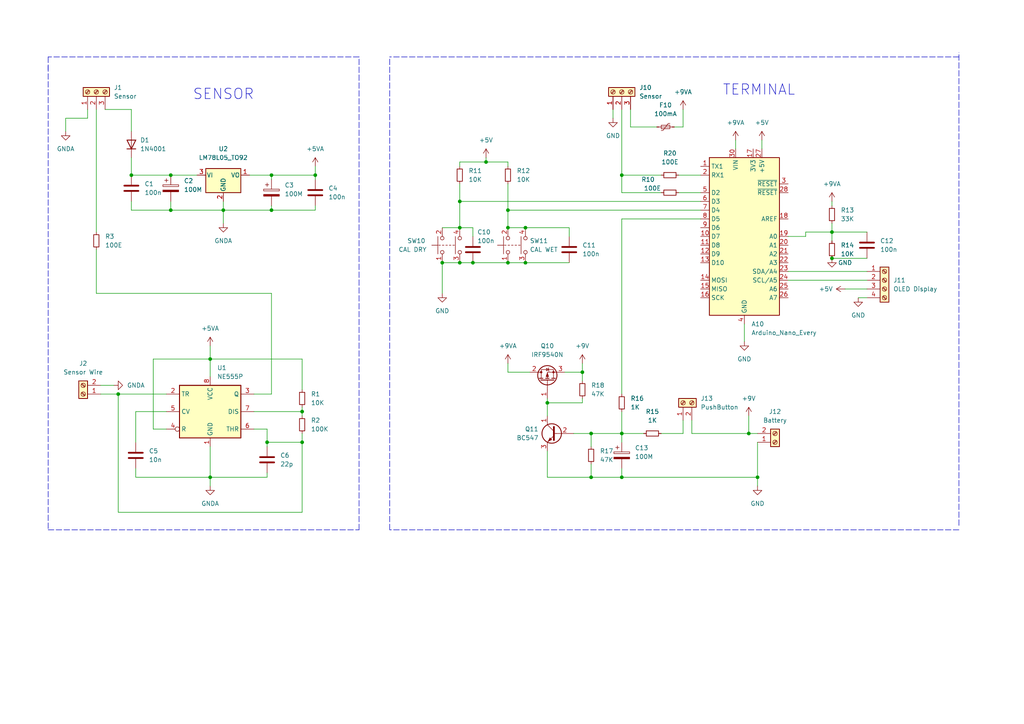
<source format=kicad_sch>
(kicad_sch (version 20211123) (generator eeschema)
  (paper "A4")
  (title_block (title "Water Level Sensor") (date "2023-02-22") (rev "0"))
  (lib_symbols
    (symbol "Connector:Screw_Terminal_01x02" (pin_names (offset 1.016) hide)
      (property "Reference" "J" (at 0 2.54 0))
      (property "Value" "Screw_Terminal_01x02" (at 0 -5.08 0))
      (symbol "Screw_Terminal_01x02_1_1"
        (rectangle (start -1.27 1.27) (end 1.27 -3.81) (stroke (width 0.254)) (fill (type background)))
        (circle (center 0 -2.54) (radius 0.635) (stroke (width 0.1524)))
        (polyline (pts (xy -0.5334 -2.2098) (xy 0.3302 -3.048)) (stroke (width 0.1524)))
        (polyline (pts (xy -0.5334 0.3302) (xy 0.3302 -0.508)) (stroke (width 0.1524)))
        (polyline (pts (xy -0.3556 -2.032) (xy 0.508 -2.8702)) (stroke (width 0.1524)))
        (polyline (pts (xy -0.3556 0.508) (xy 0.508 -0.3302)) (stroke (width 0.1524)))
        (circle (center 0 0) (radius 0.635) (stroke (width 0.1524)))
        (pin passive line (at -5.08 0 0) (length 3.81) (name "Pin_1") (number "1"))
        (pin passive line (at -5.08 -2.54 0) (length 3.81) (name "Pin_2") (number "2"))
      )
    )
    (symbol "Connector:Screw_Terminal_01x03" (pin_names (offset 1.016) hide)
      (property "Reference" "J" (at 0 5.08 0))
      (property "Value" "Screw_Terminal_01x03" (at 0 -5.08 0))
      (symbol "Screw_Terminal_01x03_1_1"
        (rectangle (start -1.27 3.81) (end 1.27 -3.81) (stroke (width 0.254)) (fill (type background)))
        (circle (center 0 -2.54) (radius 0.635) (stroke (width 0.1524)))
        (polyline (pts (xy -0.5334 -2.2098) (xy 0.3302 -3.048)) (stroke (width 0.1524)))
        (polyline (pts (xy -0.5334 0.3302) (xy 0.3302 -0.508)) (stroke (width 0.1524)))
        (polyline (pts (xy -0.5334 2.8702) (xy 0.3302 2.032)) (stroke (width 0.1524)))
        (polyline (pts (xy -0.3556 -2.032) (xy 0.508 -2.8702)) (stroke (width 0.1524)))
        (polyline (pts (xy -0.3556 0.508) (xy 0.508 -0.3302)) (stroke (width 0.1524)))
        (polyline (pts (xy -0.3556 3.048) (xy 0.508 2.2098)) (stroke (width 0.1524)))
        (circle (center 0 0) (radius 0.635) (stroke (width 0.1524)))
        (circle (center 0 2.54) (radius 0.635) (stroke (width 0.1524)))
        (pin passive line (at -5.08 2.54 0) (length 3.81) (name "Pin_1") (number "1"))
        (pin passive line (at -5.08 0 0) (length 3.81) (name "Pin_2") (number "2"))
        (pin passive line (at -5.08 -2.54 0) (length 3.81) (name "Pin_3") (number "3"))
      )
    )
    (symbol "Connector:Screw_Terminal_01x04" (pin_names (offset 1.016) hide)
      (property "Reference" "J" (at 0 5.08 0))
      (property "Value" "Screw_Terminal_01x04" (at 0 -7.62 0))
      (symbol "Screw_Terminal_01x04_1_1"
        (rectangle (start -1.27 3.81) (end 1.27 -6.35) (stroke (width 0.254)) (fill (type background)))
        (circle (center 0 -5.08) (radius 0.635) (stroke (width 0.1524)))
        (circle (center 0 -2.54) (radius 0.635) (stroke (width 0.1524)))
        (polyline (pts (xy -0.5334 -4.7498) (xy 0.3302 -5.588)) (stroke (width 0.1524)))
        (polyline (pts (xy -0.5334 -2.2098) (xy 0.3302 -3.048)) (stroke (width 0.1524)))
        (polyline (pts (xy -0.5334 0.3302) (xy 0.3302 -0.508)) (stroke (width 0.1524)))
        (polyline (pts (xy -0.5334 2.8702) (xy 0.3302 2.032)) (stroke (width 0.1524)))
        (polyline (pts (xy -0.3556 -4.572) (xy 0.508 -5.4102)) (stroke (width 0.1524)))
        (polyline (pts (xy -0.3556 -2.032) (xy 0.508 -2.8702)) (stroke (width 0.1524)))
        (polyline (pts (xy -0.3556 0.508) (xy 0.508 -0.3302)) (stroke (width 0.1524)))
        (polyline (pts (xy -0.3556 3.048) (xy 0.508 2.2098)) (stroke (width 0.1524)))
        (circle (center 0 0) (radius 0.635) (stroke (width 0.1524)))
        (circle (center 0 2.54) (radius 0.635) (stroke (width 0.1524)))
        (pin passive line (at -5.08 2.54 0) (length 3.81) (name "Pin_1") (number "1"))
        (pin passive line (at -5.08 0 0) (length 3.81) (name "Pin_2") (number "2"))
        (pin passive line (at -5.08 -2.54 0) (length 3.81) (name "Pin_3") (number "3"))
        (pin passive line (at -5.08 -5.08 0) (length 3.81) (name "Pin_4") (number "4"))
      )
    )
    (symbol "Device:C" (pin_numbers hide) (pin_names (offset 0.254))
      (property "Reference" "C" (at 0.635 2.54 0))
      (property "Value" "C" (at 0.635 -2.54 0))
      (symbol "C_0_1"
        (polyline (pts (xy -2.032 -0.762) (xy 2.032 -0.762)) (stroke (width 0.508)))
        (polyline (pts (xy -2.032 0.762) (xy 2.032 0.762)) (stroke (width 0.508)))
      )
      (symbol "C_1_1"
        (pin passive line (at 0 3.81 270) (length 2.794) (name "~") (number "1"))
        (pin passive line (at 0 -3.81 90) (length 2.794) (name "~") (number "2"))
      )
    )
    (symbol "Device:C_Polarized" (pin_numbers hide) (pin_names (offset 0.254))
      (property "Reference" "C" (at 0.635 2.54 0))
      (property "Value" "C_Polarized" (at 0.635 -2.54 0))
      (symbol "C_Polarized_0_1"
        (rectangle (start -2.286 0.508) (end 2.286 1.016))
        (polyline (pts (xy -1.778 2.286) (xy -0.762 2.286)))
        (polyline (pts (xy -1.27 2.794) (xy -1.27 1.778)))
        (rectangle (start 2.286 -0.508) (end -2.286 -1.016) (fill (type outline)))
      )
      (symbol "C_Polarized_1_1"
        (pin passive line (at 0 3.81 270) (length 2.794) (name "~") (number "1"))
        (pin passive line (at 0 -3.81 90) (length 2.794) (name "~") (number "2"))
      )
    )
    (symbol "Device:Polyfuse_Small" (pin_numbers hide) (pin_names (offset 0))
      (property "Reference" "F" (at -1.905 0 90))
      (property "Value" "Polyfuse_Small" (at 1.905 0 90))
      (symbol "Polyfuse_Small_0_1"
        (rectangle (start -0.508 1.27) (end 0.508 -1.27))
        (polyline (pts (xy 0 2.54) (xy 0 -2.54)))
        (polyline (pts (xy -1.016 1.27) (xy -1.016 0.762) (xy 1.016 -0.762) (xy 1.016 -1.27)))
      )
      (symbol "Polyfuse_Small_1_1"
        (pin passive line (at 0 2.54 270) (length 0.635) (name "~") (number "1"))
        (pin passive line (at 0 -2.54 90) (length 0.635) (name "~") (number "2"))
      )
    )
    (symbol "Device:R_Small" (pin_numbers hide) (pin_names (offset 0.254) hide)
      (property "Reference" "R" (at 0.762 0.508 0))
      (property "Value" "R_Small" (at 0.762 -1.016 0))
      (symbol "R_Small_0_1"
        (rectangle (start -0.762 1.778) (end 0.762 -1.778) (stroke (width 0.2032)))
      )
      (symbol "R_Small_1_1"
        (pin passive line (at 0 2.54 270) (length 0.762) (name "~") (number "1"))
        (pin passive line (at 0 -2.54 90) (length 0.762) (name "~") (number "2"))
      )
    )
    (symbol "Diode:1N4001" (pin_numbers hide) (pin_names (offset 1.016) hide)
      (property "Reference" "D" (at 0 2.54 0))
      (property "Value" "1N4001" (at 0 -2.54 0))
      (symbol "1N4001_0_1"
        (polyline (pts (xy -1.27 1.27) (xy -1.27 -1.27)) (stroke (width 0.254)))
        (polyline (pts (xy 1.27 0) (xy -1.27 0)))
        (polyline (pts (xy 1.27 1.27) (xy 1.27 -1.27) (xy -1.27 0) (xy 1.27 1.27)) (stroke (width 0.254)))
      )
      (symbol "1N4001_1_1"
        (pin passive line (at -3.81 0 0) (length 2.54) (name "K") (number "1"))
        (pin passive line (at 3.81 0 180) (length 2.54) (name "A") (number "2"))
      )
    )
    (symbol "MCU_Module:Arduino_Nano_Every"
      (property "Reference" "A" (at -10.16 23.495 0))
      (property "Value" "Arduino_Nano_Every" (at 5.08 -24.13 0))
      (symbol "Arduino_Nano_Every_0_1"
        (rectangle (start -10.16 22.86) (end 10.16 -22.86) (stroke (width 0.254)) (fill (type background)))
      )
      (symbol "Arduino_Nano_Every_1_1"
        (pin bidirectional line (at -12.7 20.32 0) (length 2.54) (name "TX1") (number "1"))
        (pin bidirectional line (at -12.7 0 0) (length 2.54) (name "D7") (number "10"))
        (pin bidirectional line (at -12.7 -2.54 0) (length 2.54) (name "D8") (number "11"))
        (pin bidirectional line (at -12.7 -5.08 0) (length 2.54) (name "D9") (number "12"))
        (pin bidirectional line (at -12.7 -7.62 0) (length 2.54) (name "D10") (number "13"))
        (pin bidirectional line (at -12.7 -12.7 0) (length 2.54) (name "MOSI") (number "14"))
        (pin bidirectional line (at -12.7 -15.24 0) (length 2.54) (name "MISO") (number "15"))
        (pin bidirectional line (at -12.7 -17.78 0) (length 2.54) (name "SCK") (number "16"))
        (pin power_out line (at 2.54 25.4 270) (length 2.54) (name "3V3") (number "17"))
        (pin input line (at 12.7 5.08 180) (length 2.54) (name "AREF") (number "18"))
        (pin bidirectional line (at 12.7 0 180) (length 2.54) (name "A0") (number "19"))
        (pin bidirectional line (at -12.7 17.78 0) (length 2.54) (name "RX1") (number "2"))
        (pin bidirectional line (at 12.7 -2.54 180) (length 2.54) (name "A1") (number "20"))
        (pin bidirectional line (at 12.7 -5.08 180) (length 2.54) (name "A2") (number "21"))
        (pin bidirectional line (at 12.7 -7.62 180) (length 2.54) (name "A3") (number "22"))
        (pin bidirectional line (at 12.7 -10.16 180) (length 2.54) (name "SDA/A4") (number "23"))
        (pin bidirectional line (at 12.7 -12.7 180) (length 2.54) (name "SCL/A5") (number "24"))
        (pin bidirectional line (at 12.7 -15.24 180) (length 2.54) (name "A6") (number "25"))
        (pin bidirectional line (at 12.7 -17.78 180) (length 2.54) (name "A7") (number "26"))
        (pin power_out line (at 5.08 25.4 270) (length 2.54) (name "+5V") (number "27"))
        (pin input line (at 12.7 12.7 180) (length 2.54) (name "~{RESET}") (number "28"))
        (pin passive line (at 0 -25.4 90) (length 2.54) hide (name "GND") (number "29"))
        (pin input line (at 12.7 15.24 180) (length 2.54) (name "~{RESET}") (number "3"))
        (pin power_in line (at -2.54 25.4 270) (length 2.54) (name "VIN") (number "30"))
        (pin power_in line (at 0 -25.4 90) (length 2.54) (name "GND") (number "4"))
        (pin bidirectional line (at -12.7 12.7 0) (length 2.54) (name "D2") (number "5"))
        (pin bidirectional line (at -12.7 10.16 0) (length 2.54) (name "D3") (number "6"))
        (pin bidirectional line (at -12.7 7.62 0) (length 2.54) (name "D4") (number "7"))
        (pin bidirectional line (at -12.7 5.08 0) (length 2.54) (name "D5") (number "8"))
        (pin bidirectional line (at -12.7 2.54 0) (length 2.54) (name "D6") (number "9"))
      )
    )
    (symbol "Regulator_Linear:LM78L05_TO92" (pin_names (offset 0.254))
      (property "Reference" "U" (at -3.81 3.175 0))
      (property "Value" "LM78L05_TO92" (at 0 3.175 0))
      (symbol "LM78L05_TO92_0_1"
        (rectangle (start -5.08 -5.08) (end 5.08 1.905) (stroke (width 0.254)) (fill (type background)))
      )
      (symbol "LM78L05_TO92_1_1"
        (pin power_out line (at 7.62 0 180) (length 2.54) (name "VO") (number "1"))
        (pin power_in line (at 0 -7.62 90) (length 2.54) (name "GND") (number "2"))
        (pin power_in line (at -7.62 0 0) (length 2.54) (name "VI") (number "3"))
      )
    )
    (symbol "Switch:SW_Push_Dual" (pin_names (offset 1.016) hide)
      (property "Reference" "SW" (at 1.27 2.54 0))
      (property "Value" "SW_Push_Dual" (at 0 -6.858 0))
      (symbol "SW_Push_Dual_0_1"
        (circle (center -2.032 -5.08) (radius 0.508))
        (circle (center -2.032 0) (radius 0.508))
        (polyline (pts (xy 0 -3.048) (xy 0 -3.556)))
        (polyline (pts (xy 0 -2.032) (xy 0 -2.54)))
        (polyline (pts (xy 0 -1.524) (xy 0 -1.016)))
        (polyline (pts (xy 0 -0.508) (xy 0 0)))
        (polyline (pts (xy 0 0.508) (xy 0 1.016)))
        (polyline (pts (xy 0 1.27) (xy 0 3.048)))
        (polyline (pts (xy 2.54 -3.81) (xy -2.54 -3.81)))
        (polyline (pts (xy 2.54 1.27) (xy -2.54 1.27)))
        (circle (center 2.032 -5.08) (radius 0.508))
        (circle (center 2.032 0) (radius 0.508))
        (pin passive line (at -5.08 0 0) (length 2.54) (name "1") (number "1"))
        (pin passive line (at 5.08 0 180) (length 2.54) (name "2") (number "2"))
        (pin passive line (at -5.08 -5.08 0) (length 2.54) (name "3") (number "3"))
        (pin passive line (at 5.08 -5.08 180) (length 2.54) (name "4") (number "4"))
      )
    )
    (symbol "Timer:NE555P"
      (property "Reference" "U" (at -10.16 8.89 0))
      (property "Value" "NE555P" (at 2.54 8.89 0))
      (symbol "NE555P_0_0"
        (pin power_in line (at 0 -10.16 90) (length 2.54) (name "GND") (number "1"))
        (pin power_in line (at 0 10.16 270) (length 2.54) (name "VCC") (number "8"))
      )
      (symbol "NE555P_0_1"
        (rectangle (start -8.89 -7.62) (end 8.89 7.62) (stroke (width 0.254)) (fill (type background)))
        (rectangle (start -8.89 -7.62) (end 8.89 7.62) (stroke (width 0.254)) (fill (type background)))
      )
      (symbol "NE555P_1_1"
        (pin input line (at -12.7 5.08 0) (length 3.81) (name "TR") (number "2"))
        (pin output line (at 12.7 5.08 180) (length 3.81) (name "Q") (number "3"))
        (pin input inverted (at -12.7 -5.08 0) (length 3.81) (name "R") (number "4"))
        (pin input line (at -12.7 0 0) (length 3.81) (name "CV") (number "5"))
        (pin input line (at 12.7 -5.08 180) (length 3.81) (name "THR") (number "6"))
        (pin input line (at 12.7 0 180) (length 3.81) (name "DIS") (number "7"))
      )
    )
    (symbol "Transistor_BJT:BC547" (pin_names (offset 0) hide)
      (property "Reference" "Q" (at 5.08 1.905 0))
      (property "Value" "BC547" (at 5.08 0 0))
      (symbol "BC547_0_1"
        (polyline (pts (xy 0 0) (xy 0.635 0)))
        (polyline (pts (xy 0.635 0.635) (xy 2.54 2.54)))
        (polyline (pts (xy 0.635 -0.635) (xy 2.54 -2.54) (xy 2.54 -2.54)))
        (polyline (pts (xy 0.635 1.905) (xy 0.635 -1.905) (xy 0.635 -1.905)) (stroke (width 0.508)))
        (polyline (pts (xy 1.27 -1.778) (xy 1.778 -1.27) (xy 2.286 -2.286) (xy 1.27 -1.778) (xy 1.27 -1.778)) (fill (type outline)))
        (circle (center 1.27 0) (radius 2.8194) (stroke (width 0.254)))
      )
      (symbol "BC547_1_1"
        (pin passive line (at 2.54 5.08 270) (length 2.54) (name "C") (number "1"))
        (pin input line (at -5.08 0 0) (length 5.08) (name "B") (number "2"))
        (pin passive line (at 2.54 -5.08 90) (length 2.54) (name "E") (number "3"))
      )
    )
    (symbol "Transistor_FET:IRF9540N" (pin_names hide)
      (property "Reference" "Q" (at 5.08 1.905 0))
      (property "Value" "IRF9540N" (at 5.08 0 0))
      (symbol "IRF9540N_0_1"
        (polyline (pts (xy 0.254 0) (xy -2.54 0)))
        (polyline (pts (xy 0.254 1.905) (xy 0.254 -1.905)) (stroke (width 0.254)))
        (polyline (pts (xy 0.762 -1.27) (xy 0.762 -2.286)) (stroke (width 0.254)))
        (polyline (pts (xy 0.762 0.508) (xy 0.762 -0.508)) (stroke (width 0.254)))
        (polyline (pts (xy 0.762 2.286) (xy 0.762 1.27)) (stroke (width 0.254)))
        (polyline (pts (xy 2.54 2.54) (xy 2.54 1.778)))
        (polyline (pts (xy 2.54 -2.54) (xy 2.54 0) (xy 0.762 0)))
        (polyline (pts (xy 0.762 1.778) (xy 3.302 1.778) (xy 3.302 -1.778) (xy 0.762 -1.778)))
        (polyline (pts (xy 2.286 0) (xy 1.27 0.381) (xy 1.27 -0.381) (xy 2.286 0)) (fill (type outline)))
        (polyline (pts (xy 2.794 -0.508) (xy 2.921 -0.381) (xy 3.683 -0.381) (xy 3.81 -0.254)))
        (polyline (pts (xy 3.302 -0.381) (xy 2.921 0.254) (xy 3.683 0.254) (xy 3.302 -0.381)))
        (circle (center 1.651 0) (radius 2.794) (stroke (width 0.254)))
        (circle (center 2.54 -1.778) (radius 0.254) (fill (type outline)))
        (circle (center 2.54 1.778) (radius 0.254) (fill (type outline)))
      )
      (symbol "IRF9540N_1_1"
        (pin input line (at -5.08 0 0) (length 2.54) (name "G") (number "1"))
        (pin passive line (at 2.54 5.08 270) (length 2.54) (name "D") (number "2"))
        (pin passive line (at 2.54 -5.08 90) (length 2.54) (name "S") (number "3"))
      )
    )
    (symbol "power:+5V" (power) (pin_names (offset 0))
      (property "Value" "+5V" (at 0 3.556 0))
      (symbol "+5V_0_1"
        (polyline (pts (xy -0.762 1.27) (xy 0 2.54)))
        (polyline (pts (xy 0 0) (xy 0 2.54)))
        (polyline (pts (xy 0 2.54) (xy 0.762 1.27)))
      )
      (symbol "+5V_1_1"
        (pin power_in line (at 0 0 90) (length 0) hide (name "+5V") (number "1"))
      )
    )
    (symbol "power:+5VA" (power) (pin_names (offset 0))
      (property "Value" "+5VA" (at 0 3.556 0))
      (symbol "+5VA_0_1"
        (polyline (pts (xy -0.762 1.27) (xy 0 2.54)))
        (polyline (pts (xy 0 0) (xy 0 2.54)))
        (polyline (pts (xy 0 2.54) (xy 0.762 1.27)))
      )
      (symbol "+5VA_1_1"
        (pin power_in line (at 0 0 90) (length 0) hide (name "+5VA") (number "1"))
      )
    )
    (symbol "power:+9V" (power) (pin_names (offset 0))
      (property "Value" "+9V" (at 0 3.556 0))
      (symbol "+9V_0_1"
        (polyline (pts (xy -0.762 1.27) (xy 0 2.54)))
        (polyline (pts (xy 0 0) (xy 0 2.54)))
        (polyline (pts (xy 0 2.54) (xy 0.762 1.27)))
      )
      (symbol "+9V_1_1"
        (pin power_in line (at 0 0 90) (length 0) hide (name "+9V") (number "1"))
      )
    )
    (symbol "power:+9VA" (power) (pin_names (offset 0))
      (property "Value" "+9VA" (at 0 3.81 0))
      (symbol "+9VA_0_1"
        (polyline (pts (xy -0.762 1.27) (xy 0 2.54)))
        (polyline (pts (xy 0 0) (xy 0 2.54)))
        (polyline (pts (xy 0 2.54) (xy 0.762 1.27)))
      )
      (symbol "+9VA_1_1"
        (pin power_in line (at 0 0 90) (length 0) hide (name "+9VA") (number "1"))
      )
    )
    (symbol "power:GND" (power) (pin_names (offset 0))
      (property "Value" "GND" (at 0 -3.81 0))
      (symbol "GND_0_1"
        (polyline (pts (xy 0 0) (xy 0 -1.27) (xy 1.27 -1.27) (xy 0 -2.54) (xy -1.27 -1.27) (xy 0 -1.27)))
      )
      (symbol "GND_1_1"
        (pin power_in line (at 0 0 270) (length 0) hide (name "GND") (number "1"))
      )
    )
    (symbol "power:GNDA" (power) (pin_names (offset 0))
      (property "Value" "GNDA" (at 0 -3.81 0))
      (symbol "GNDA_0_1"
        (polyline (pts (xy 0 0) (xy 0 -1.27) (xy 1.27 -1.27) (xy 0 -2.54) (xy -1.27 -1.27) (xy 0 -1.27)))
      )
      (symbol "GNDA_1_1"
        (pin power_in line (at 0 0 270) (length 0) hide (name "GNDA") (number "1"))
      )
    )
  )
  (junction (at 140.97 46.99))
  (junction (at 133.35 58.42))
  (junction (at 77.47 128.27))
  (junction (at 133.35 66.04))
  (junction (at 128.27 76.2))
  (junction (at 60.96 138.43))
  (junction (at 91.44 50.8))
  (junction (at 38.1 50.8))
  (junction (at 87.63 128.27))
  (junction (at 180.34 50.8))
  (junction (at 152.4 76.2))
  (junction (at 34.29 114.3))
  (junction (at 87.63 119.38))
  (junction (at 78.74 50.8))
  (junction (at 137.16 76.2))
  (junction (at 219.71 138.43))
  (junction (at 78.74 60.96))
  (junction (at 217.17 125.73))
  (junction (at 158.75 116.84))
  (junction (at 171.45 138.43))
  (junction (at 147.32 76.2))
  (junction (at 241.3 74.93))
  (junction (at 171.45 125.73))
  (junction (at 60.96 104.14))
  (junction (at 49.53 50.8))
  (junction (at 152.4 66.04))
  (junction (at 180.34 138.43))
  (junction (at 147.32 66.04))
  (junction (at 49.53 60.96))
  (junction (at 133.35 76.2))
  (junction (at 180.34 125.73))
  (junction (at 168.91 107.95))
  (junction (at 64.77 60.96))
  (junction (at 241.3 67.31))
  (junction (at 147.32 60.96))
  (wire (pts (xy 34.29 114.3) (xy 48.26 114.3)))
  (wire (pts (xy 39.37 119.38) (xy 48.26 119.38)))
  (wire (pts (xy 78.74 50.8) (xy 91.44 50.8)))
  (wire (pts (xy 49.53 50.8) (xy 57.15 50.8)))
  (wire (pts (xy 166.37 125.73) (xy 171.45 125.73)))
  (wire (pts (xy 73.66 119.38) (xy 87.63 119.38)))
  (wire (pts (xy 78.74 85.09) (xy 27.94 85.09)))
  (wire (pts (xy 196.85 55.88) (xy 203.2 55.88)))
  (wire (pts (xy 198.12 31.75) (xy 198.12 36.83)))
  (wire (pts (xy 195.58 36.83) (xy 198.12 36.83)))
  (wire (pts (xy 147.32 53.34) (xy 147.32 60.96)))
  (wire (pts (xy 87.63 104.14) (xy 87.63 113.03)))
  (wire (pts (xy 180.34 31.75) (xy 180.34 50.8)))
  (wire (pts (xy 64.77 60.96) (xy 64.77 64.77)))
  (wire (pts (xy 27.94 31.75) (xy 27.94 67.31)))
  (wire (pts (xy 190.5 36.83) (xy 182.88 36.83)))
  (wire (pts (xy 19.05 38.1) (xy 19.05 34.29)))
  (wire (pts (xy 177.8 31.75) (xy 177.8 34.29)))
  (polyline (pts (xy 278.13 152.4) (xy 278.13 15.24)))
  (wire (pts (xy 91.44 48.26) (xy 91.44 50.8)))
  (wire (pts (xy 180.34 63.5) (xy 180.34 114.3)))
  (wire (pts (xy 153.67 107.95) (xy 147.32 107.95)))
  (wire (pts (xy 48.26 124.46) (xy 44.45 124.46)))
  (wire (pts (xy 180.34 50.8) (xy 191.77 50.8)))
  (wire (pts (xy 38.1 58.42) (xy 38.1 60.96)))
  (polyline (pts (xy 113.03 153.67) (xy 113.03 16.51)))
  (wire (pts (xy 30.48 31.75) (xy 38.1 31.75)))
  (wire (pts (xy 140.97 45.72) (xy 140.97 46.99)))
  (wire (pts (xy 27.94 85.09) (xy 27.94 72.39)))
  (wire (pts (xy 233.68 68.58) (xy 228.6 68.58)))
  (wire (pts (xy 87.63 128.27) (xy 87.63 125.73)))
  (wire (pts (xy 60.96 100.33) (xy 60.96 104.14)))
  (wire (pts (xy 49.53 60.96) (xy 64.77 60.96)))
  (wire (pts (xy 78.74 59.69) (xy 78.74 60.96)))
  (wire (pts (xy 38.1 60.96) (xy 49.53 60.96)))
  (polyline (pts (xy 104.14 153.67) (xy 104.14 16.51)))
  (wire (pts (xy 198.12 121.92) (xy 198.12 125.73)))
  (wire (pts (xy 133.35 58.42) (xy 203.2 58.42)))
  (wire (pts (xy 168.91 105.41) (xy 168.91 107.95)))
  (wire (pts (xy 60.96 129.54) (xy 60.96 138.43)))
  (wire (pts (xy 147.32 76.2) (xy 152.4 76.2)))
  (wire (pts (xy 213.36 40.64) (xy 213.36 43.18)))
  (wire (pts (xy 87.63 119.38) (xy 87.63 120.65)))
  (polyline (pts (xy 104.14 16.51) (xy 13.97 16.51)))
  (wire (pts (xy 180.34 50.8) (xy 180.34 55.88)))
  (wire (pts (xy 77.47 124.46) (xy 77.47 128.27)))
  (wire (pts (xy 73.66 114.3) (xy 78.74 114.3)))
  (wire (pts (xy 215.9 93.98) (xy 215.9 99.06)))
  (wire (pts (xy 44.45 104.14) (xy 60.96 104.14)))
  (wire (pts (xy 91.44 60.96) (xy 78.74 60.96)))
  (wire (pts (xy 180.34 135.89) (xy 180.34 138.43)))
  (wire (pts (xy 64.77 58.42) (xy 64.77 60.96)))
  (wire (pts (xy 133.35 58.42) (xy 133.35 66.04)))
  (wire (pts (xy 19.05 34.29) (xy 25.4 34.29)))
  (wire (pts (xy 219.71 128.27) (xy 219.71 138.43)))
  (wire (pts (xy 39.37 138.43) (xy 60.96 138.43)))
  (wire (pts (xy 171.45 134.62) (xy 171.45 138.43)))
  (wire (pts (xy 49.53 58.42) (xy 49.53 60.96)))
  (wire (pts (xy 228.6 81.28) (xy 251.46 81.28)))
  (wire (pts (xy 180.34 119.38) (xy 180.34 125.73)))
  (wire (pts (xy 241.3 67.31) (xy 233.68 67.31)))
  (wire (pts (xy 87.63 118.11) (xy 87.63 119.38)))
  (wire (pts (xy 180.34 125.73) (xy 180.34 128.27)))
  (wire (pts (xy 87.63 148.59) (xy 87.63 128.27)))
  (wire (pts (xy 78.74 60.96) (xy 64.77 60.96)))
  (wire (pts (xy 147.32 60.96) (xy 147.32 66.04)))
  (wire (pts (xy 77.47 129.54) (xy 77.47 128.27)))
  (wire (pts (xy 29.21 111.76) (xy 33.02 111.76)))
  (wire (pts (xy 180.34 125.73) (xy 186.69 125.73)))
  (wire (pts (xy 39.37 128.27) (xy 39.37 119.38)))
  (wire (pts (xy 200.66 125.73) (xy 217.17 125.73)))
  (polyline (pts (xy 13.97 153.67) (xy 104.14 153.67)))
  (wire (pts (xy 25.4 31.75) (xy 25.4 34.29)))
  (wire (pts (xy 152.4 66.04) (xy 165.1 66.04)))
  (wire (pts (xy 34.29 114.3) (xy 34.29 148.59)))
  (wire (pts (xy 60.96 138.43) (xy 60.96 140.97)))
  (wire (pts (xy 73.66 124.46) (xy 77.47 124.46)))
  (wire (pts (xy 128.27 76.2) (xy 133.35 76.2)))
  (wire (pts (xy 137.16 66.04) (xy 137.16 68.58)))
  (wire (pts (xy 34.29 148.59) (xy 87.63 148.59)))
  (wire (pts (xy 233.68 67.31) (xy 233.68 68.58)))
  (wire (pts (xy 251.46 74.93) (xy 241.3 74.93)))
  (wire (pts (xy 228.6 78.74) (xy 251.46 78.74)))
  (wire (pts (xy 248.92 86.36) (xy 251.46 86.36)))
  (wire (pts (xy 38.1 31.75) (xy 38.1 38.1)))
  (wire (pts (xy 128.27 76.2) (xy 128.27 85.09)))
  (wire (pts (xy 44.45 124.46) (xy 44.45 104.14)))
  (wire (pts (xy 168.91 115.57) (xy 168.91 116.84)))
  (wire (pts (xy 128.27 66.04) (xy 133.35 66.04)))
  (wire (pts (xy 152.4 76.2) (xy 165.1 76.2)))
  (wire (pts (xy 147.32 66.04) (xy 152.4 66.04)))
  (wire (pts (xy 180.34 138.43) (xy 219.71 138.43)))
  (wire (pts (xy 137.16 76.2) (xy 147.32 76.2)))
  (wire (pts (xy 140.97 46.99) (xy 147.32 46.99)))
  (wire (pts (xy 147.32 105.41) (xy 147.32 107.95)))
  (wire (pts (xy 191.77 125.73) (xy 198.12 125.73)))
  (wire (pts (xy 217.17 125.73) (xy 219.71 125.73)))
  (wire (pts (xy 217.17 120.65) (xy 217.17 125.73)))
  (wire (pts (xy 133.35 53.34) (xy 133.35 58.42)))
  (wire (pts (xy 133.35 76.2) (xy 137.16 76.2)))
  (wire (pts (xy 196.85 50.8) (xy 203.2 50.8)))
  (polyline (pts (xy 278.13 16.51) (xy 113.03 16.51)))
  (wire (pts (xy 147.32 46.99) (xy 147.32 48.26)))
  (wire (pts (xy 133.35 48.26) (xy 133.35 46.99)))
  (wire (pts (xy 39.37 138.43) (xy 39.37 135.89)))
  (wire (pts (xy 171.45 138.43) (xy 180.34 138.43)))
  (wire (pts (xy 158.75 130.81) (xy 158.75 138.43)))
  (wire (pts (xy 163.83 107.95) (xy 168.91 107.95)))
  (wire (pts (xy 91.44 50.8) (xy 91.44 52.07)))
  (wire (pts (xy 200.66 121.92) (xy 200.66 125.73)))
  (wire (pts (xy 168.91 107.95) (xy 168.91 110.49)))
  (wire (pts (xy 78.74 114.3) (xy 78.74 85.09)))
  (wire (pts (xy 77.47 128.27) (xy 87.63 128.27)))
  (wire (pts (xy 77.47 137.16) (xy 77.47 138.43)))
  (wire (pts (xy 171.45 125.73) (xy 180.34 125.73)))
  (wire (pts (xy 60.96 138.43) (xy 77.47 138.43)))
  (wire (pts (xy 72.39 50.8) (xy 78.74 50.8)))
  (wire (pts (xy 60.96 104.14) (xy 60.96 109.22)))
  (wire (pts (xy 241.3 64.77) (xy 241.3 67.31)))
  (wire (pts (xy 60.96 104.14) (xy 87.63 104.14)))
  (wire (pts (xy 220.98 40.64) (xy 220.98 43.18)))
  (wire (pts (xy 78.74 50.8) (xy 78.74 52.07)))
  (wire (pts (xy 133.35 66.04) (xy 137.16 66.04)))
  (wire (pts (xy 91.44 59.69) (xy 91.44 60.96)))
  (wire (pts (xy 168.91 116.84) (xy 158.75 116.84)))
  (wire (pts (xy 219.71 138.43) (xy 219.71 140.97)))
  (wire (pts (xy 191.77 55.88) (xy 180.34 55.88)))
  (wire (pts (xy 38.1 45.72) (xy 38.1 50.8)))
  (wire (pts (xy 241.3 67.31) (xy 251.46 67.31)))
  (polyline (pts (xy 13.97 19.05) (xy 13.97 153.67)))
  (wire (pts (xy 158.75 116.84) (xy 158.75 115.57)))
  (wire (pts (xy 182.88 31.75) (xy 182.88 36.83)))
  (wire (pts (xy 171.45 125.73) (xy 171.45 129.54)))
  (polyline (pts (xy 13.97 16.51) (xy 13.97 20.32)))
  (wire (pts (xy 147.32 60.96) (xy 203.2 60.96)))
  (wire (pts (xy 133.35 46.99) (xy 140.97 46.99)))
  (wire (pts (xy 165.1 66.04) (xy 165.1 68.58)))
  (wire (pts (xy 29.21 114.3) (xy 34.29 114.3)))
  (wire (pts (xy 158.75 116.84) (xy 158.75 120.65)))
  (wire (pts (xy 245.11 83.82) (xy 251.46 83.82)))
  (wire (pts (xy 241.3 58.42) (xy 241.3 59.69)))
  (wire (pts (xy 203.2 63.5) (xy 180.34 63.5)))
  (wire (pts (xy 158.75 138.43) (xy 171.45 138.43)))
  (wire (pts (xy 241.3 67.31) (xy 241.3 69.85)))
  (polyline (pts (xy 278.13 153.67) (xy 113.03 153.67)))
  (wire (pts (xy 38.1 50.8) (xy 49.53 50.8)))
  (text "TERMINAL" (at 209.55 27.94 0) (effects (font (size 3 3)) (justify left bottom)))
  (text "SENSOR" (at 55.88 29.21 0) (effects (font (size 3 3)) (justify left bottom)))
  (symbol (lib_id "power:+5VA") (at 60.96 100.33 0) (unit 1)
    (property "Reference" "#PWR0108" (effects hide))
    (property "Value" "+5VA" (at 60.96 95.25 0))
  )
  (symbol (lib_id "power:+9VA") (at 213.36 40.64 0) (unit 1)
    (property "Reference" "#PWR0117" (effects hide))
    (property "Value" "+9VA" (at 213.36 35.56 0))
  )
  (symbol (lib_id "Device:C_Polarized") (at 78.74 55.88 0) (unit 1)
    (property "Reference" "C3" (at 82.55 53.7209 0) (effects (justify left)))
    (property "Value" "100M" (at 82.55 56.2609 0) (effects (justify left)))
    (property "Footprint" "Capacitor_THT:CP_Radial_D10.0mm_P5.00mm" (effects hide))
  )
  (symbol (lib_id "power:GND") (at 248.92 86.36 0) (unit 1)
    (property "Reference" "#PWR0111" (effects hide))
    (property "Value" "GND" (at 248.92 91.44 0))
  )
  (symbol (lib_id "power:+9V") (at 217.17 120.65 0) (unit 1)
    (property "Reference" "#PWR0103" (effects hide))
    (property "Value" "+9V" (at 217.17 115.57 0))
  )
  (symbol (lib_id "power:+5VA") (at 91.44 48.26 0) (unit 1)
    (property "Reference" "#PWR0102" (effects hide))
    (property "Value" "+5VA" (at 91.44 43.18 0))
  )
  (symbol (lib_id "Transistor_BJT:BC547") (at 161.29 125.73 0) (mirror y) (unit 1)
    (property "Reference" "Q11" (at 156.21 124.4599 0) (effects (justify left)))
    (property "Value" "BC547" (at 156.21 126.9999 0) (effects (justify left)))
    (property "Footprint" "Package_TO_SOT_THT:TO-92_Inline" (effects hide))
    (property "Datasheet" "https://www.onsemi.com/pub/Collateral/BC550-D.pdf" (effects hide))
  )
  (symbol (lib_id "Device:R_Small") (at 168.91 113.03 0) (unit 1)
    (property "Reference" "R18" (at 171.45 111.7599 0) (effects (justify left)))
    (property "Value" "47K" (at 171.45 114.2999 0) (effects (justify left)))
    (property "Footprint" "Resistor_THT:R_Axial_DIN0207_L6.3mm_D2.5mm_P10.16mm_Horizontal" (effects hide))
  )
  (symbol (lib_id "Device:C") (at 39.37 132.08 0) (unit 1)
    (property "Reference" "C5" (at 43.18 130.8099 0) (effects (justify left)))
    (property "Value" "10n" (at 43.18 133.3499 0) (effects (justify left)))
    (property "Footprint" "Capacitor_THT:C_Disc_D7.0mm_W2.5mm_P5.00mm" (effects hide))
  )
  (symbol (lib_id "power:GNDA") (at 19.05 38.1 0) (unit 1)
    (property "Reference" "#PWR0101" (effects hide))
    (property "Value" "GNDA" (at 19.05 43.18 0))
  )
  (symbol (lib_id "power:GND") (at 241.3 74.93 0) (unit 1)
    (property "Reference" "#PWR0113" (effects hide))
    (property "Value" "GND" (at 245.11 76.2 0))
  )
  (symbol (lib_id "power:GND") (at 177.8 34.29 0) (unit 1)
    (property "Reference" "#PWR0119" (effects hide))
    (property "Value" "GND" (at 177.8 39.37 0))
  )
  (symbol (lib_id "Transistor_FET:IRF9540N") (at 158.75 110.49 90) (unit 1)
    (property "Reference" "Q10" (at 158.75 100.33 90))
    (property "Value" "IRF9540N" (at 158.75 102.87 90))
    (property "Footprint" "Package_TO_SOT_THT:TO-220-3_Vertical" (effects hide))
    (property "Datasheet" "http://www.irf.com/product-info/datasheets/data/irf9540n.pdf" (effects hide))
  )
  (symbol (lib_id "Device:C") (at 137.16 72.39 0) (unit 1)
    (property "Reference" "C10" (at 138.43 67.31 0) (effects (justify left)))
    (property "Value" "100n" (at 138.43 69.85 0) (effects (justify left)))
    (property "Footprint" "Capacitor_THT:C_Disc_D7.0mm_W2.5mm_P5.00mm" (effects hide))
  )
  (symbol (lib_id "Connector:Screw_Terminal_01x02") (at 224.79 128.27 0) (mirror x) (unit 1)
    (property "Reference" "J12" (at 224.79 119.38 0))
    (property "Value" "Battery" (at 224.79 121.92 0))
    (property "Footprint" "TerminalBlock:TerminalBlock_Altech_AK300-2_P5.00mm" (effects hide))
  )
  (symbol (lib_id "power:+5V") (at 140.97 45.72 0) (unit 1)
    (property "Reference" "#PWR0120" (effects hide))
    (property "Value" "+5V" (at 140.97 40.64 0))
  )
  (symbol (lib_id "Device:C") (at 165.1 72.39 0) (unit 1)
    (property "Reference" "C11" (at 168.91 71.1199 0) (effects (justify left)))
    (property "Value" "100n" (at 168.91 73.6599 0) (effects (justify left)))
    (property "Footprint" "Capacitor_THT:C_Disc_D7.0mm_W2.5mm_P5.00mm" (effects hide))
  )
  (symbol (lib_id "Device:C") (at 38.1 54.61 0) (unit 1)
    (property "Reference" "C1" (at 41.91 53.3399 0) (effects (justify left)))
    (property "Value" "100n" (at 41.91 55.8799 0) (effects (justify left)))
    (property "Footprint" "Capacitor_THT:C_Disc_D7.0mm_W2.5mm_P5.00mm" (effects hide))
  )
  (symbol (lib_id "power:GND") (at 219.71 140.97 0) (unit 1)
    (property "Reference" "#PWR0105" (effects hide))
    (property "Value" "GND" (at 219.71 146.05 0))
  )
  (symbol (lib_id "Device:R_Small") (at 241.3 72.39 0) (unit 1)
    (property "Reference" "R14" (at 243.84 71.1199 0) (effects (justify left)))
    (property "Value" "10K" (at 243.84 73.6599 0) (effects (justify left)))
    (property "Footprint" "Resistor_THT:R_Axial_DIN0207_L6.3mm_D2.5mm_P10.16mm_Horizontal" (effects hide))
  )
  (symbol (lib_id "Device:R_Small") (at 180.34 116.84 0) (unit 1)
    (property "Reference" "R16" (at 182.88 115.5699 0) (effects (justify left)))
    (property "Value" "1K" (at 182.88 118.1099 0) (effects (justify left)))
    (property "Footprint" "Resistor_THT:R_Axial_DIN0207_L6.3mm_D2.5mm_P10.16mm_Horizontal" (effects hide))
  )
  (symbol (lib_id "Device:Polyfuse_Small") (at 193.04 36.83 270) (unit 1)
    (property "Reference" "F10" (at 193.04 30.48 90))
    (property "Value" "100mA" (at 193.04 33.02 90))
    (property "Footprint" "Capacitor_THT:C_Disc_D7.5mm_W2.5mm_P5.00mm" (effects hide))
  )
  (symbol (lib_id "Diode:1N4001") (at 38.1 41.91 270) (mirror x) (unit 1)
    (property "Reference" "D1" (at 40.64 40.6399 90) (effects (justify left)))
    (property "Value" "1N4001" (at 40.64 43.1799 90) (effects (justify left)))
    (property "Footprint" "Diode_THT:D_DO-41_SOD81_P10.16mm_Horizontal" (effects hide))
    (property "Datasheet" "http://www.vishay.com/docs/88503/1n4001.pdf" (effects hide))
  )
  (symbol (lib_id "Switch:SW_Push_Dual") (at 128.27 71.12 90) (unit 1)
    (property "Reference" "SW10" (at 118.11 69.85 90) (effects (justify right)))
    (property "Value" "CAL DRY" (at 115.57 72.39 90) (effects (justify right)))
    (property "Footprint" "Button_Switch_THT:SW_PUSH_6mm_H5mm" (effects hide))
  )
  (symbol (lib_id "Connector:Screw_Terminal_01x02") (at 198.12 116.84 90) (unit 1)
    (property "Reference" "J13" (at 203.2 115.5699 90) (effects (justify right)))
    (property "Value" "PushButton" (at 203.2 118.1099 90) (effects (justify right)))
    (property "Footprint" "TerminalBlock:TerminalBlock_Altech_AK300-2_P5.00mm" (effects hide))
  )
  (symbol (lib_id "power:+5V") (at 220.98 40.64 0) (unit 1)
    (property "Reference" "#PWR0116" (effects hide))
    (property "Value" "+5V" (at 220.98 35.56 0))
  )
  (symbol (lib_id "Connector:Screw_Terminal_01x04") (at 256.54 81.28 0) (unit 1)
    (property "Reference" "J11" (at 259.08 81.2799 0) (effects (justify left)))
    (property "Value" " OLED Display" (at 259.08 83.82 0) (effects (justify left)))
    (property "Footprint" "TerminalBlock:TerminalBlock_Altech_AK300-4_P5.00mm" (effects hide))
  )
  (symbol (lib_id "Device:C_Polarized") (at 49.53 54.61 0) (unit 1)
    (property "Reference" "C2" (at 53.34 52.4509 0) (effects (justify left)))
    (property "Value" "100M" (at 53.34 54.9909 0) (effects (justify left)))
    (property "Footprint" "Capacitor_THT:CP_Radial_D10.0mm_P5.00mm" (effects hide))
  )
  (symbol (lib_id "Connector:Screw_Terminal_01x02") (at 24.13 114.3 180) (unit 1)
    (property "Reference" "J2" (at 24.13 105.41 0))
    (property "Value" "Sensor Wire" (at 24.13 107.95 0))
    (property "Footprint" "TerminalBlock:TerminalBlock_Altech_AK300-2_P5.00mm" (effects hide))
  )
  (symbol (lib_id "Device:R_Small") (at 87.63 115.57 0) (unit 1)
    (property "Reference" "R1" (at 90.17 114.2999 0) (effects (justify left)))
    (property "Value" "10K" (at 90.17 116.8399 0) (effects (justify left)))
    (property "Footprint" "Resistor_THT:R_Axial_DIN0207_L6.3mm_D2.5mm_P10.16mm_Horizontal" (effects hide))
  )
  (symbol (lib_id "Device:C_Polarized") (at 180.34 132.08 0) (unit 1)
    (property "Reference" "C13" (at 184.15 129.9209 0) (effects (justify left)))
    (property "Value" "100M" (at 184.15 132.4609 0) (effects (justify left)))
    (property "Footprint" "Capacitor_THT:CP_Radial_D10.0mm_P5.00mm" (effects hide))
  )
  (symbol (lib_id "Device:R_Small") (at 147.32 50.8 0) (unit 1)
    (property "Reference" "R12" (at 149.86 49.5299 0) (effects (justify left)))
    (property "Value" "10K" (at 149.86 52.0699 0) (effects (justify left)))
    (property "Footprint" "Resistor_THT:R_Axial_DIN0207_L6.3mm_D2.5mm_P10.16mm_Horizontal" (effects hide))
  )
  (symbol (lib_id "Regulator_Linear:LM78L05_TO92") (at 64.77 50.8 0) (unit 1)
    (property "Reference" "U2" (at 64.77 43.18 0))
    (property "Value" "LM78L05_TO92" (at 64.77 45.72 0))
    (property "Footprint" "Package_TO_SOT_THT:TO-92_Inline" (effects hide))
    (property "Datasheet" "https://www.onsemi.com/pub/Collateral/MC78L06A-D.pdf" (effects hide))
  )
  (symbol (lib_id "Device:R_Small") (at 194.31 50.8 90) (unit 1)
    (property "Reference" "R20" (at 194.31 44.45 90))
    (property "Value" "100E" (at 194.31 46.99 90))
    (property "Footprint" "Resistor_THT:R_Axial_DIN0207_L6.3mm_D2.5mm_P10.16mm_Horizontal" (effects hide))
  )
  (symbol (lib_id "power:+9VA") (at 241.3 58.42 0) (unit 1)
    (property "Reference" "#PWR0112" (effects hide))
    (property "Value" "+9VA" (at 241.3 53.34 0))
  )
  (symbol (lib_id "power:+9V") (at 168.91 105.41 0) (unit 1)
    (property "Reference" "#PWR0115" (effects hide))
    (property "Value" "+9V" (at 168.91 100.33 0))
  )
  (symbol (lib_id "Device:C") (at 91.44 55.88 0) (unit 1)
    (property "Reference" "C4" (at 95.25 54.6099 0) (effects (justify left)))
    (property "Value" "100n" (at 95.25 57.1499 0) (effects (justify left)))
    (property "Footprint" "Capacitor_THT:C_Disc_D7.0mm_W2.5mm_P5.00mm" (effects hide))
  )
  (symbol (lib_id "Connector:Screw_Terminal_01x03") (at 180.34 26.67 90) (unit 1)
    (property "Reference" "J10" (at 185.42 25.3999 90) (effects (justify right)))
    (property "Value" "Sensor " (at 185.42 27.9399 90) (effects (justify right)))
    (property "Footprint" "TerminalBlock:TerminalBlock_Altech_AK300-3_P5.00mm" (effects hide))
  )
  (symbol (lib_id "Device:R_Small") (at 241.3 62.23 0) (unit 1)
    (property "Reference" "R13" (at 243.84 60.9599 0) (effects (justify left)))
    (property "Value" "33K" (at 243.84 63.4999 0) (effects (justify left)))
    (property "Footprint" "Resistor_THT:R_Axial_DIN0207_L6.3mm_D2.5mm_P10.16mm_Horizontal" (effects hide))
  )
  (symbol (lib_id "Device:R_Small") (at 87.63 123.19 0) (unit 1)
    (property "Reference" "R2" (at 90.17 121.9199 0) (effects (justify left)))
    (property "Value" "100K" (at 90.17 124.4599 0) (effects (justify left)))
    (property "Footprint" "Resistor_THT:R_Axial_DIN0207_L6.3mm_D2.5mm_P10.16mm_Horizontal" (effects hide))
  )
  (symbol (lib_id "power:GNDA") (at 60.96 140.97 0) (unit 1)
    (property "Reference" "#PWR0109" (effects hide))
    (property "Value" "GNDA" (at 60.96 146.05 0))
  )
  (symbol (lib_id "power:+5V") (at 245.11 83.82 90) (unit 1)
    (property "Reference" "#PWR0114" (effects hide))
    (property "Value" "+5V" (at 237.49 83.82 90) (effects (justify right)))
  )
  (symbol (lib_id "power:GNDA") (at 64.77 64.77 0) (unit 1)
    (property "Reference" "#PWR0106" (effects hide))
    (property "Value" "GNDA" (at 64.77 69.85 0))
  )
  (symbol (lib_id "Device:R_Small") (at 133.35 50.8 0) (unit 1)
    (property "Reference" "R11" (at 135.89 49.5299 0) (effects (justify left)))
    (property "Value" "10K" (at 135.89 52.0699 0) (effects (justify left)))
    (property "Footprint" "Resistor_THT:R_Axial_DIN0207_L6.3mm_D2.5mm_P10.16mm_Horizontal" (effects hide))
  )
  (symbol (lib_id "Device:C") (at 251.46 71.12 0) (unit 1)
    (property "Reference" "C12" (at 255.27 69.8499 0) (effects (justify left)))
    (property "Value" "100n" (at 255.27 72.3899 0) (effects (justify left)))
    (property "Footprint" "Capacitor_THT:C_Disc_D7.0mm_W2.5mm_P5.00mm" (effects hide))
  )
  (symbol (lib_id "power:+9VA") (at 147.32 105.41 0) (unit 1)
    (property "Reference" "#PWR0121" (effects hide))
    (property "Value" "+9VA" (at 147.32 100.33 0))
  )
  (symbol (lib_id "MCU_Module:Arduino_Nano_Every") (at 215.9 68.58 0) (unit 1)
    (property "Reference" "A10" (at 217.9194 93.98 0) (effects (justify left)))
    (property "Value" "Arduino_Nano_Every" (at 217.9194 96.52 0) (effects (justify left)))
    (property "Footprint" "Module:Arduino_Nano" (effects hide))
    (property "Datasheet" "https://content.arduino.cc/assets/NANOEveryV3.0_sch.pdf" (effects hide))
  )
  (symbol (lib_id "Device:C") (at 77.47 133.35 0) (unit 1)
    (property "Reference" "C6" (at 81.28 132.0799 0) (effects (justify left)))
    (property "Value" "22p" (at 81.28 134.6199 0) (effects (justify left)))
    (property "Footprint" "Capacitor_THT:C_Disc_D7.0mm_W2.5mm_P5.00mm" (effects hide))
  )
  (symbol (lib_id "power:GNDA") (at 33.02 111.76 90) (unit 1)
    (property "Reference" "#PWR?" (effects hide))
    (property "Value" "GNDA" (at 36.83 111.7599 90) (effects (justify right)))
  )
  (symbol (lib_id "Connector:Screw_Terminal_01x03") (at 27.94 26.67 90) (unit 1)
    (property "Reference" "J1" (at 33.02 25.3999 90) (effects (justify right)))
    (property "Value" "Sensor " (at 33.02 27.9399 90) (effects (justify right)))
    (property "Footprint" "TerminalBlock:TerminalBlock_Altech_AK300-3_P5.00mm" (effects hide))
  )
  (symbol (lib_id "Device:R_Small") (at 189.23 125.73 270) (unit 1)
    (property "Reference" "R15" (at 189.23 119.38 90))
    (property "Value" "1K" (at 189.23 121.92 90))
    (property "Footprint" "Resistor_THT:R_Axial_DIN0207_L6.3mm_D2.5mm_P10.16mm_Horizontal" (effects hide))
  )
  (symbol (lib_id "Switch:SW_Push_Dual") (at 147.32 71.12 90) (unit 1)
    (property "Reference" "SW11" (at 153.67 69.8499 90) (effects (justify right)))
    (property "Value" "CAL WET" (at 153.67 72.3899 90) (effects (justify right)))
    (property "Footprint" "Button_Switch_THT:SW_PUSH_6mm_H5mm" (effects hide))
  )
  (symbol (lib_id "Device:R_Small") (at 27.94 69.85 0) (unit 1)
    (property "Reference" "R3" (at 30.48 68.5799 0) (effects (justify left)))
    (property "Value" "100E" (at 30.48 71.1199 0) (effects (justify left)))
    (property "Footprint" "Resistor_THT:R_Axial_DIN0207_L6.3mm_D2.5mm_P10.16mm_Horizontal" (effects hide))
  )
  (symbol (lib_id "power:+9VA") (at 198.12 31.75 0) (unit 1)
    (property "Reference" "#PWR0118" (effects hide))
    (property "Value" "+9VA" (at 198.12 26.67 0))
  )
  (symbol (lib_id "Timer:NE555P") (at 60.96 119.38 0) (unit 1)
    (property "Reference" "U1" (at 62.9794 106.68 0) (effects (justify left)))
    (property "Value" "NE555P" (at 62.9794 109.22 0) (effects (justify left)))
    (property "Footprint" "Package_DIP:DIP-8_W7.62mm" (effects hide))
    (property "Datasheet" "http://www.ti.com/lit/ds/symlink/ne555.pdf" (effects hide))
  )
  (symbol (lib_id "power:GND") (at 215.9 99.06 0) (unit 1)
    (property "Reference" "#PWR0104" (effects hide))
    (property "Value" "GND" (at 215.9 104.14 0))
  )
  (symbol (lib_id "Device:R_Small") (at 194.31 55.88 90) (unit 1)
    (property "Reference" "R10" (at 187.96 52.07 90))
    (property "Value" "100E" (at 189.23 54.61 90))
    (property "Footprint" "Resistor_THT:R_Axial_DIN0207_L6.3mm_D2.5mm_P10.16mm_Horizontal" (effects hide))
  )
  (symbol (lib_id "power:GND") (at 128.27 85.09 0) (unit 1)
    (property "Reference" "#PWR0110" (effects hide))
    (property "Value" "GND" (at 128.27 90.17 0))
  )
  (symbol (lib_id "Device:R_Small") (at 171.45 132.08 0) (unit 1)
    (property "Reference" "R17" (at 173.99 130.8099 0) (effects (justify left)))
    (property "Value" "47K" (at 173.99 133.3499 0) (effects (justify left)))
    (property "Footprint" "Resistor_THT:R_Axial_DIN0207_L6.3mm_D2.5mm_P10.16mm_Horizontal" (effects hide))
  )
)
</source>
